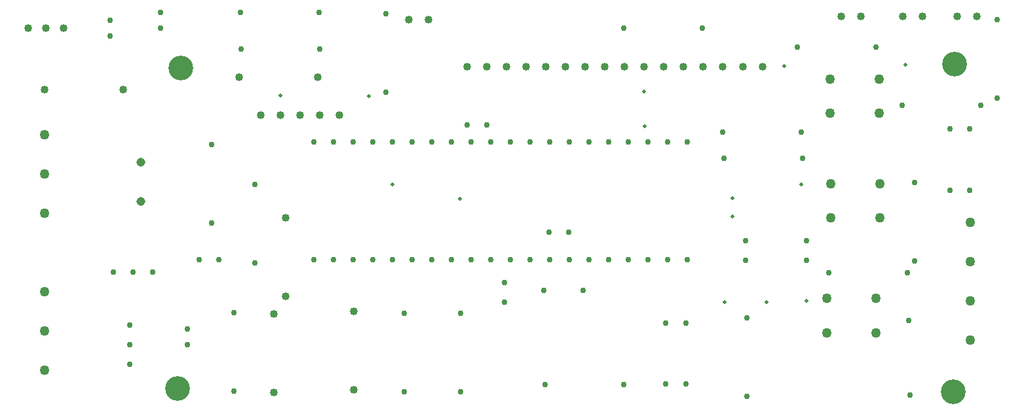
<source format=gbr>
G04 PROTEUS GERBER X2 FILE*
%TF.GenerationSoftware,Labcenter,Proteus,8.6-SP2-Build23525*%
%TF.CreationDate,2017-11-29T10:51:07+00:00*%
%TF.FileFunction,Plated,1,4,PTH*%
%TF.FilePolarity,Positive*%
%TF.Part,Single*%
%FSLAX45Y45*%
%MOMM*%
G01*
%TA.AperFunction,ViaDrill*%
%ADD62C,0.762000*%
%ADD63C,0.508000*%
%TA.AperFunction,ComponentDrill*%
%ADD64C,0.762000*%
%TA.AperFunction,ComponentDrill*%
%ADD65C,1.270000*%
%TA.AperFunction,ComponentDrill*%
%ADD66C,1.016000*%
%ADD67C,1.143000*%
%TA.AperFunction,OtherDrill,Unknown*%
%ADD68C,3.200000*%
%TD.AperFunction*%
D62*
X+3421061Y-2785979D03*
X+3433610Y-3748906D03*
D63*
X+1807211Y+507732D03*
X+3373832Y+519251D03*
X-3253818Y-1022723D03*
X-3553607Y+119847D03*
X+0Y+180000D03*
X+1140000Y-1200000D03*
X+1140000Y-1440000D03*
X+1040155Y-2546585D03*
X+1579578Y-2546585D03*
X+2103288Y-2536111D03*
X+2033766Y-1024643D03*
X+10000Y-270000D03*
X-2380000Y-1210000D03*
X-4699000Y+124382D03*
D64*
X-4266000Y-2000000D03*
X-4012000Y-2000000D03*
X-3758000Y-2000000D03*
X-3504000Y-2000000D03*
X-3250000Y-2000000D03*
X-2996000Y-2000000D03*
X-2742000Y-2000000D03*
X-2488000Y-2000000D03*
X-2234000Y-2000000D03*
X-1980000Y-2000000D03*
X-1726000Y-2000000D03*
X-1472000Y-2000000D03*
X-1218000Y-2000000D03*
X-964000Y-2000000D03*
X-710000Y-2000000D03*
X-456000Y-2000000D03*
X-202000Y-2000000D03*
X+52000Y-2000000D03*
X+306000Y-2000000D03*
X+560000Y-2000000D03*
X+560000Y-476000D03*
X+306000Y-476000D03*
X+52000Y-476000D03*
X-202000Y-476000D03*
X-456000Y-476000D03*
X-710000Y-476000D03*
X-964000Y-476000D03*
X-1218000Y-476000D03*
X-1472000Y-476000D03*
X-1726000Y-476000D03*
X-1980000Y-476000D03*
X-2234000Y-476000D03*
X-2488000Y-476000D03*
X-2742000Y-476000D03*
X-2996000Y-476000D03*
X-3250000Y-476000D03*
X-3504000Y-476000D03*
X-3758000Y-476000D03*
X-4012000Y-476000D03*
X-4266000Y-476000D03*
D65*
X-7747000Y-381000D03*
X-7747000Y-889000D03*
X-7747000Y-1397000D03*
D66*
X-7750000Y+200000D03*
X-6734000Y+200000D03*
D67*
X-6500000Y-742000D03*
X-6500000Y-1250000D03*
D64*
X-5588000Y-508000D03*
X-5588000Y-1524000D03*
D66*
X-7500000Y+1000000D03*
X-7728600Y+1000000D03*
X-7957200Y+1000000D03*
D64*
X-6900000Y+1100000D03*
X-6900000Y+900000D03*
X-6250000Y+1200000D03*
X-6250000Y+1000000D03*
X-5216000Y+1200000D03*
X-4200000Y+1200000D03*
X-5207000Y+730000D03*
X-4191000Y+730000D03*
D66*
X-4220000Y+360000D03*
X-5236000Y+360000D03*
D64*
X-3340000Y+1186000D03*
X-3340000Y+170000D03*
D66*
X-3040000Y+1110000D03*
X-2786000Y+1110000D03*
D64*
X+4210000Y-310000D03*
X+3950000Y-310000D03*
X+3950000Y-1100000D03*
X+4210000Y-1100000D03*
X+4560000Y+90000D03*
X+4560000Y+1106000D03*
X+4350000Y+0D03*
X+3334000Y+0D03*
X+3500000Y-1000000D03*
X+3500000Y-2016000D03*
D66*
X+4300000Y+1150000D03*
X+4046000Y+1150000D03*
D64*
X+1310000Y-1750000D03*
X+1310000Y-2010000D03*
X+2100000Y-2010000D03*
X+2100000Y-1750000D03*
X+2384000Y-2170000D03*
X+3400000Y-2170000D03*
X+1014000Y-350000D03*
X+2030000Y-350000D03*
X+1034000Y-690000D03*
X+2050000Y-690000D03*
D66*
X+2546000Y+1150000D03*
X+2800000Y+1150000D03*
D65*
X-7747000Y-2413000D03*
X-7747000Y-2921000D03*
X-7747000Y-3429000D03*
D64*
X-6858000Y-2159000D03*
X-6604000Y-2159000D03*
X-6350000Y-2159000D03*
X-6650000Y-3358000D03*
X-6650000Y-3104000D03*
X-6650000Y-2850000D03*
X-5900000Y-2900000D03*
X-5900000Y-3100000D03*
X-5300000Y-2684000D03*
X-5300000Y-3700000D03*
D66*
X-4780000Y-2704000D03*
X-4780000Y-3720000D03*
X-4630000Y-2476000D03*
X-4630000Y-1460000D03*
X-3750000Y-3686000D03*
X-3750000Y-2670000D03*
D64*
X-3100000Y-2690000D03*
X-3100000Y-3706000D03*
X-2370000Y-2690000D03*
X-2370000Y-3706000D03*
X-5030000Y-1024000D03*
X-5030000Y-2040000D03*
X-5750000Y-2000000D03*
X-5496000Y-2000000D03*
D66*
X-4953000Y-127000D03*
X-4699000Y-127000D03*
X-4445000Y-127000D03*
X-4191000Y-127000D03*
X-3937000Y-127000D03*
D64*
X-1300000Y-2400000D03*
X-792000Y-2400000D03*
X-1800000Y-2554000D03*
X-1800000Y-2300000D03*
X-2032000Y-254000D03*
X-2286000Y-254000D03*
D65*
X+2365000Y-2944500D03*
X+3000000Y-2944500D03*
X+2365000Y-2500000D03*
X+3000000Y-2500000D03*
X+2405000Y-104500D03*
X+3040000Y-104500D03*
X+2405000Y+340000D03*
X+3040000Y+340000D03*
X+2413000Y-1460500D03*
X+3048000Y-1460500D03*
X+2413000Y-1016000D03*
X+3048000Y-1016000D03*
D64*
X-976000Y-1640000D03*
X-1230000Y-1640000D03*
D66*
X+3346000Y+1150000D03*
X+3600000Y+1150000D03*
D65*
X+4220000Y-1516000D03*
X+4220000Y-2024000D03*
X+4220000Y-2532000D03*
X+4220000Y-3040000D03*
D66*
X+1276000Y+500000D03*
X+1530000Y+500000D03*
D64*
X+1984000Y+750000D03*
X+3000000Y+750000D03*
X-266000Y+1000000D03*
X+750000Y+1000000D03*
X-1276000Y-3620000D03*
X-260000Y-3620000D03*
X+1330000Y-2754000D03*
X+1330000Y-3770000D03*
X+280000Y-3610000D03*
X+540000Y-3610000D03*
X+540000Y-2820000D03*
X+280000Y-2820000D03*
D66*
X+1012000Y+500000D03*
X+758000Y+500000D03*
X+504000Y+500000D03*
X+250000Y+500000D03*
X-4000Y+500000D03*
X-258000Y+500000D03*
X-512000Y+500000D03*
X-766000Y+500000D03*
X-1020000Y+500000D03*
X-1274000Y+500000D03*
X-1528000Y+500000D03*
X-1782000Y+500000D03*
X-2036000Y+500000D03*
X-2290000Y+500000D03*
D68*
X+4000000Y-3710000D03*
X-6030000Y-3670000D03*
X-5990000Y+480000D03*
X+4010000Y+530000D03*
M02*

</source>
